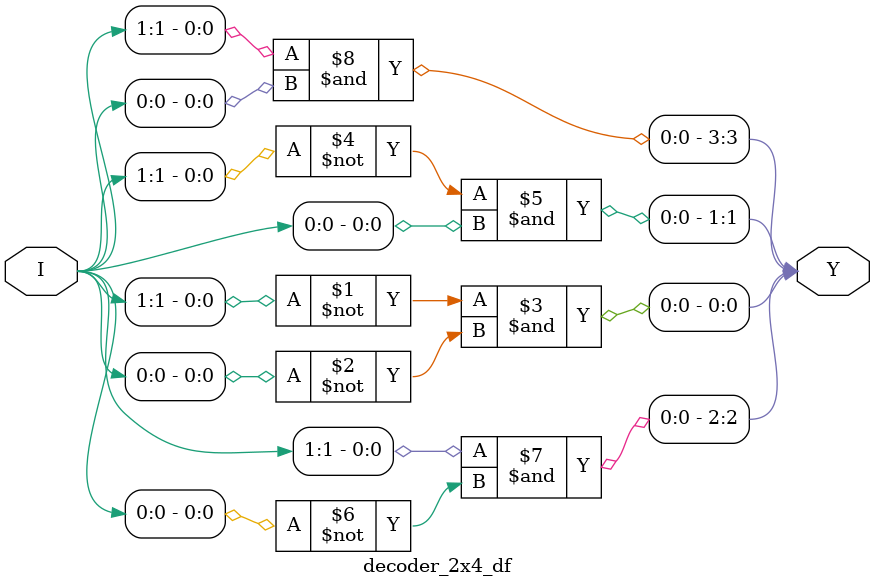
<source format=v>
module decoder_2x4_df(Y,I);

output [3:0]Y;
input [1:0]I;

assign Y[0]=(~I[1])&(~I[0]);
assign Y[1]=(~I[1])&( I[0]);
assign Y[2]=( I[1])&(~I[0]);
assign Y[3]=( I[1])&( I[0]); 

endmodule
</source>
